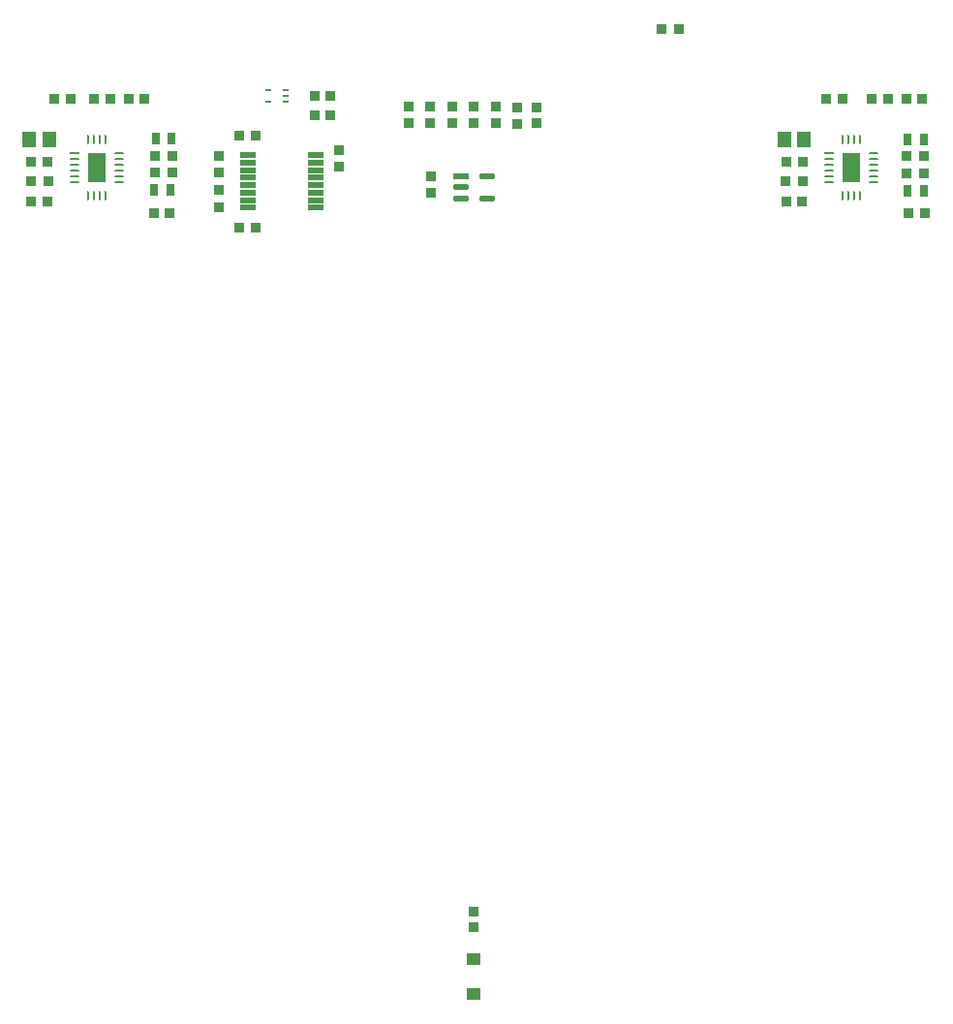
<source format=gbr>
%TF.GenerationSoftware,Altium Limited,Altium Designer,22.10.1 (41)*%
G04 Layer_Color=8421504*
%FSLAX45Y45*%
%MOMM*%
%TF.SameCoordinates,CC01BCFA-2ECF-4BF2-A349-93AF2CE8EC74*%
%TF.FilePolarity,Positive*%
%TF.FileFunction,Paste,Top*%
%TF.Part,Single*%
G01*
G75*
%TA.AperFunction,SMDPad,CuDef*%
G04:AMPARAMS|DCode=10|XSize=0.45mm|YSize=1.4mm|CornerRadius=0.0495mm|HoleSize=0mm|Usage=FLASHONLY|Rotation=90.000|XOffset=0mm|YOffset=0mm|HoleType=Round|Shape=RoundedRectangle|*
%AMROUNDEDRECTD10*
21,1,0.45000,1.30100,0,0,90.0*
21,1,0.35100,1.40000,0,0,90.0*
1,1,0.09900,0.65050,0.17550*
1,1,0.09900,0.65050,-0.17550*
1,1,0.09900,-0.65050,-0.17550*
1,1,0.09900,-0.65050,0.17550*
%
%ADD10ROUNDEDRECTD10*%
%ADD11R,0.91213X0.95872*%
%ADD12R,0.95872X0.91213*%
%ADD13R,0.60960X0.25400*%
%ADD14R,1.16000X1.47000*%
%ADD17R,0.83107X0.24247*%
G04:AMPARAMS|DCode=18|XSize=0.83107mm|YSize=0.24247mm|CornerRadius=0.12124mm|HoleSize=0mm|Usage=FLASHONLY|Rotation=0.000|XOffset=0mm|YOffset=0mm|HoleType=Round|Shape=RoundedRectangle|*
%AMROUNDEDRECTD18*
21,1,0.83107,0.00000,0,0,0.0*
21,1,0.58859,0.24247,0,0,0.0*
1,1,0.24247,0.29430,0.00000*
1,1,0.24247,-0.29430,0.00000*
1,1,0.24247,-0.29430,0.00000*
1,1,0.24247,0.29430,0.00000*
%
%ADD18ROUNDEDRECTD18*%
G04:AMPARAMS|DCode=19|XSize=0.24247mm|YSize=0.83107mm|CornerRadius=0.12124mm|HoleSize=0mm|Usage=FLASHONLY|Rotation=0.000|XOffset=0mm|YOffset=0mm|HoleType=Round|Shape=RoundedRectangle|*
%AMROUNDEDRECTD19*
21,1,0.24247,0.58859,0,0,0.0*
21,1,0.00000,0.83107,0,0,0.0*
1,1,0.24247,0.00000,-0.29430*
1,1,0.24247,0.00000,-0.29430*
1,1,0.24247,0.00000,0.29430*
1,1,0.24247,0.00000,0.29430*
%
%ADD19ROUNDEDRECTD19*%
%ADD20R,0.95814X0.91213*%
%ADD21R,0.91213X0.95814*%
%ADD22R,1.40712X0.57583*%
G04:AMPARAMS|DCode=23|XSize=1.40712mm|YSize=0.57583mm|CornerRadius=0.28791mm|HoleSize=0mm|Usage=FLASHONLY|Rotation=0.000|XOffset=0mm|YOffset=0mm|HoleType=Round|Shape=RoundedRectangle|*
%AMROUNDEDRECTD23*
21,1,1.40712,0.00000,0,0,0.0*
21,1,0.83129,0.57583,0,0,0.0*
1,1,0.57583,0.41565,0.00000*
1,1,0.57583,-0.41565,0.00000*
1,1,0.57583,-0.41565,0.00000*
1,1,0.57583,0.41565,0.00000*
%
%ADD23ROUNDEDRECTD23*%
%ADD24R,1.20000X1.00000*%
%TA.AperFunction,NonConductor*%
%ADD54R,0.82500X0.90000*%
%ADD55R,1.59165X2.59165*%
%ADD56R,0.64000X1.00000*%
D10*
X-1385000Y9222500D02*
D03*
Y9287500D02*
D03*
Y9352500D02*
D03*
Y9417500D02*
D03*
Y9482500D02*
D03*
Y9547500D02*
D03*
Y9612500D02*
D03*
Y9677500D02*
D03*
X-1975000Y9222500D02*
D03*
Y9287500D02*
D03*
Y9352500D02*
D03*
Y9417500D02*
D03*
Y9482500D02*
D03*
Y9547500D02*
D03*
Y9612500D02*
D03*
Y9677500D02*
D03*
D11*
X-2230000Y9672671D02*
D03*
Y9527329D02*
D03*
Y9372671D02*
D03*
Y9227329D02*
D03*
X-1180000Y9722671D02*
D03*
Y9577329D02*
D03*
X375000Y10100000D02*
D03*
Y9954659D02*
D03*
X0Y9960329D02*
D03*
Y10105671D02*
D03*
X-375000Y9352329D02*
D03*
Y9497671D02*
D03*
D12*
X-1907329Y9850000D02*
D03*
X-2052671D02*
D03*
Y9050000D02*
D03*
X-1907329D02*
D03*
X2872671Y9620000D02*
D03*
X2727329D02*
D03*
X1787671Y10782500D02*
D03*
X1642329D02*
D03*
X-3872671Y9625000D02*
D03*
X-3727329D02*
D03*
D13*
X-1799930Y10150000D02*
D03*
Y10250000D02*
D03*
X-1650070D02*
D03*
Y10200000D02*
D03*
Y10150000D02*
D03*
D14*
X-3712500Y9820000D02*
D03*
X-3887500D02*
D03*
X2887500Y9820000D02*
D03*
X2712500D02*
D03*
D17*
X3105947Y9695000D02*
D03*
X-3494053Y9695000D02*
D03*
D18*
X3105947Y9645000D02*
D03*
Y9595000D02*
D03*
Y9545000D02*
D03*
Y9495000D02*
D03*
Y9445000D02*
D03*
X3494053D02*
D03*
Y9495000D02*
D03*
Y9545000D02*
D03*
Y9595000D02*
D03*
Y9645000D02*
D03*
Y9695000D02*
D03*
X-3494053Y9645000D02*
D03*
Y9595000D02*
D03*
Y9545000D02*
D03*
Y9495000D02*
D03*
Y9445000D02*
D03*
X-3105947D02*
D03*
Y9495000D02*
D03*
Y9545000D02*
D03*
Y9595000D02*
D03*
Y9645000D02*
D03*
Y9695000D02*
D03*
D19*
X3225000Y9325946D02*
D03*
X3275000D02*
D03*
X3325000D02*
D03*
X3375000D02*
D03*
Y9814053D02*
D03*
X3325000D02*
D03*
X3275000D02*
D03*
X3225000D02*
D03*
X-3375000Y9325947D02*
D03*
X-3325000D02*
D03*
X-3275000D02*
D03*
X-3225000D02*
D03*
Y9814053D02*
D03*
X-3275000D02*
D03*
X-3325000D02*
D03*
X-3375000D02*
D03*
D20*
X3940399Y9170000D02*
D03*
X3800000D02*
D03*
X3920199Y10170000D02*
D03*
X3779800D02*
D03*
X2729800Y9275000D02*
D03*
X2870199D02*
D03*
X3079801Y10170000D02*
D03*
X3220200D02*
D03*
X3620200D02*
D03*
X3479801D02*
D03*
X-3670199Y10170000D02*
D03*
X-3529800D02*
D03*
X-3179801D02*
D03*
X-3320200D02*
D03*
X-2879800D02*
D03*
X-3020199D02*
D03*
X-3870200Y9275000D02*
D03*
X-3729801D02*
D03*
X-2659600Y9170000D02*
D03*
X-2799999D02*
D03*
X-1395199Y10025000D02*
D03*
X-1254800D02*
D03*
X-1395199Y10200000D02*
D03*
X-1254800D02*
D03*
D21*
X-381000Y10103200D02*
D03*
Y9962800D02*
D03*
X190500Y10103200D02*
D03*
Y9962800D02*
D03*
X-571500Y10103200D02*
D03*
Y9962800D02*
D03*
X-190500D02*
D03*
Y10103200D02*
D03*
X550000Y10100000D02*
D03*
Y9959601D02*
D03*
X0Y3070200D02*
D03*
Y2929801D02*
D03*
D22*
X-115055Y9493000D02*
D03*
D23*
Y9398000D02*
D03*
Y9303000D02*
D03*
X115055D02*
D03*
Y9493000D02*
D03*
D24*
X0Y2350000D02*
D03*
Y2650000D02*
D03*
D54*
X-3876238Y9449988D02*
D03*
X-3723762Y9450011D02*
D03*
X2723759Y9449990D02*
D03*
X2876241Y9450009D02*
D03*
X3936245Y9520006D02*
D03*
X3783755Y9519994D02*
D03*
X3936245Y9670005D02*
D03*
X3783755Y9669995D02*
D03*
X-2638756Y9675005D02*
D03*
X-2791246Y9674996D02*
D03*
X-2638755Y9525005D02*
D03*
X-2791246Y9524996D02*
D03*
D55*
X3300000Y9570000D02*
D03*
X-3300000Y9570000D02*
D03*
D56*
X3929975Y9370001D02*
D03*
X3790032Y9369996D02*
D03*
X3929974Y9820002D02*
D03*
X3790033Y9819995D02*
D03*
X-2645027Y9825001D02*
D03*
X-2784968Y9824996D02*
D03*
X-2655025Y9375002D02*
D03*
X-2794967Y9374996D02*
D03*
%TF.MD5,613699723eec426f3dd6fdf708ee48c2*%
M02*

</source>
